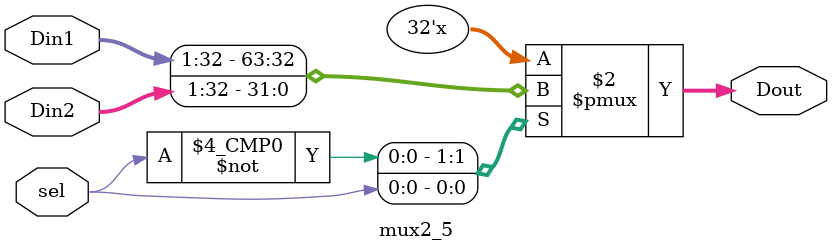
<source format=v>

module  mux2_5(Din1,Din2,sel,Dout);
parameter SIZE=32;

input [1:SIZE] Din1,Din2;
input sel;
output  reg [1:SIZE] Dout;
always@(*)begin
    case(sel)
        1'b0: Dout<=Din1;
        1'b1: Dout<=Din2;
        default;
    endcase    
end

endmodule
</source>
